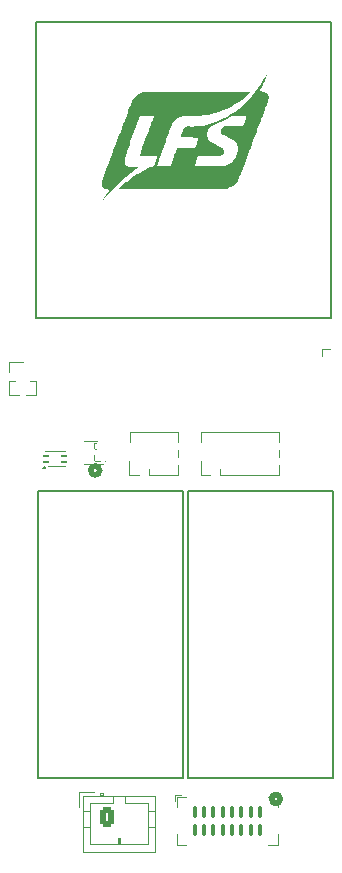
<source format=gbr>
%TF.GenerationSoftware,KiCad,Pcbnew,9.0.1*%
%TF.CreationDate,2025-10-09T14:44:29-04:00*%
%TF.ProjectId,OshTelemega,4f736854-656c-4656-9d65-67612e6b6963,rev?*%
%TF.SameCoordinates,Original*%
%TF.FileFunction,Legend,Top*%
%TF.FilePolarity,Positive*%
%FSLAX46Y46*%
G04 Gerber Fmt 4.6, Leading zero omitted, Abs format (unit mm)*
G04 Created by KiCad (PCBNEW 9.0.1) date 2025-10-09 14:44:29*
%MOMM*%
%LPD*%
G01*
G04 APERTURE LIST*
G04 Aperture macros list*
%AMRoundRect*
0 Rectangle with rounded corners*
0 $1 Rounding radius*
0 $2 $3 $4 $5 $6 $7 $8 $9 X,Y pos of 4 corners*
0 Add a 4 corners polygon primitive as box body*
4,1,4,$2,$3,$4,$5,$6,$7,$8,$9,$2,$3,0*
0 Add four circle primitives for the rounded corners*
1,1,$1+$1,$2,$3*
1,1,$1+$1,$4,$5*
1,1,$1+$1,$6,$7*
1,1,$1+$1,$8,$9*
0 Add four rect primitives between the rounded corners*
20,1,$1+$1,$2,$3,$4,$5,0*
20,1,$1+$1,$4,$5,$6,$7,0*
20,1,$1+$1,$6,$7,$8,$9,0*
20,1,$1+$1,$8,$9,$2,$3,0*%
G04 Aperture macros list end*
%ADD10C,0.200000*%
%ADD11C,0.100000*%
%ADD12C,0.120000*%
%ADD13C,0.152400*%
%ADD14C,0.508000*%
%ADD15C,0.000000*%
%ADD16RoundRect,0.062500X0.212500X-0.062500X0.212500X0.062500X-0.212500X0.062500X-0.212500X-0.062500X0*%
%ADD17R,0.600000X0.800000*%
%ADD18C,1.800000*%
%ADD19C,5.600000*%
%ADD20RoundRect,0.250000X-0.350000X-0.625000X0.350000X-0.625000X0.350000X0.625000X-0.350000X0.625000X0*%
%ADD21O,1.200000X1.750000*%
%ADD22C,0.660000*%
%ADD23O,1.000000X0.580000*%
%ADD24RoundRect,0.075000X-0.075000X-0.425000X0.075000X-0.425000X0.075000X0.425000X-0.075000X0.425000X0*%
%ADD25C,1.100000*%
%ADD26R,0.850000X0.650000*%
%ADD27R,1.000000X1.000000*%
%ADD28C,1.000000*%
%ADD29C,0.990600*%
%ADD30C,0.787400*%
%ADD31R,1.500000X5.080000*%
G04 APERTURE END LIST*
D10*
X22500000Y-29050000D02*
X47500000Y-29050000D01*
X47500000Y-54050000D01*
X22500000Y-54050000D01*
X22500000Y-29050000D01*
D11*
X27367580Y-64686905D02*
X28367580Y-64686905D01*
X28367580Y-64686905D02*
X28367580Y-64925000D01*
X28367580Y-64925000D02*
X28319961Y-65067857D01*
X28319961Y-65067857D02*
X28224723Y-65163095D01*
X28224723Y-65163095D02*
X28129485Y-65210714D01*
X28129485Y-65210714D02*
X27939009Y-65258333D01*
X27939009Y-65258333D02*
X27796152Y-65258333D01*
X27796152Y-65258333D02*
X27605676Y-65210714D01*
X27605676Y-65210714D02*
X27510438Y-65163095D01*
X27510438Y-65163095D02*
X27415200Y-65067857D01*
X27415200Y-65067857D02*
X27367580Y-64925000D01*
X27367580Y-64925000D02*
X27367580Y-64686905D01*
X28367580Y-66163095D02*
X28367580Y-65686905D01*
X28367580Y-65686905D02*
X27891390Y-65639286D01*
X27891390Y-65639286D02*
X27939009Y-65686905D01*
X27939009Y-65686905D02*
X27986628Y-65782143D01*
X27986628Y-65782143D02*
X27986628Y-66020238D01*
X27986628Y-66020238D02*
X27939009Y-66115476D01*
X27939009Y-66115476D02*
X27891390Y-66163095D01*
X27891390Y-66163095D02*
X27796152Y-66210714D01*
X27796152Y-66210714D02*
X27558057Y-66210714D01*
X27558057Y-66210714D02*
X27462819Y-66163095D01*
X27462819Y-66163095D02*
X27415200Y-66115476D01*
X27415200Y-66115476D02*
X27367580Y-66020238D01*
X27367580Y-66020238D02*
X27367580Y-65782143D01*
X27367580Y-65782143D02*
X27415200Y-65686905D01*
X27415200Y-65686905D02*
X27462819Y-65639286D01*
D12*
%TO.C,U7*%
X23290000Y-65340000D02*
X24910000Y-65340000D01*
X23290000Y-65365000D02*
X23290000Y-65340000D01*
X24910000Y-65340000D02*
X24910000Y-65365000D01*
X24910000Y-66635000D02*
X24910000Y-66660000D01*
X24910000Y-66660000D02*
X23462854Y-66660000D01*
X23290000Y-66830000D02*
X23010000Y-66830000D01*
X23150000Y-66640000D01*
X23290000Y-66830000D01*
G36*
X23290000Y-66830000D02*
G01*
X23010000Y-66830000D01*
X23150000Y-66640000D01*
X23290000Y-66830000D01*
G37*
D13*
%TO.C,J6*%
X35372999Y-68773000D02*
X35372999Y-93026997D01*
X35372999Y-93026997D02*
X47626998Y-93026997D01*
X47626998Y-68773000D02*
X35372999Y-68773000D01*
X47626998Y-93026997D02*
X47626998Y-68773000D01*
D14*
X43181000Y-94804999D02*
G75*
G02*
X42419000Y-94804999I-381000J0D01*
G01*
X42419000Y-94804999D02*
G75*
G02*
X43181000Y-94804999I381000J0D01*
G01*
D12*
%TO.C,J8*%
X26140000Y-94240000D02*
X26140000Y-95490000D01*
X26440000Y-94540000D02*
X26440000Y-99260000D01*
X26440000Y-95850000D02*
X27050000Y-95850000D01*
X26440000Y-97150000D02*
X27050000Y-97150000D01*
X26440000Y-99260000D02*
X32560000Y-99260000D01*
X27050000Y-95150000D02*
X27050000Y-98650000D01*
X27050000Y-98650000D02*
X31950000Y-98650000D01*
X27390000Y-94240000D02*
X26140000Y-94240000D01*
X27900000Y-94340000D02*
X27900000Y-94540000D01*
X28200000Y-94340000D02*
X27900000Y-94340000D01*
X28200000Y-94440000D02*
X27900000Y-94440000D01*
X28200000Y-94540000D02*
X28200000Y-94340000D01*
X29000000Y-94540000D02*
X29000000Y-95150000D01*
X29000000Y-95150000D02*
X27050000Y-95150000D01*
X29400000Y-98150000D02*
X29600000Y-98150000D01*
X29400000Y-98650000D02*
X29400000Y-98150000D01*
X29500000Y-98650000D02*
X29500000Y-98150000D01*
X29600000Y-98150000D02*
X29600000Y-98650000D01*
X30000000Y-95150000D02*
X30000000Y-94540000D01*
X31950000Y-95150000D02*
X30000000Y-95150000D01*
X31950000Y-98650000D02*
X31950000Y-95150000D01*
X32560000Y-94540000D02*
X26440000Y-94540000D01*
X32560000Y-95850000D02*
X31950000Y-95850000D01*
X32560000Y-97150000D02*
X31950000Y-97150000D01*
X32560000Y-99260000D02*
X32560000Y-94540000D01*
%TO.C,J4*%
X34280000Y-94480000D02*
X34280000Y-94980000D01*
X34280000Y-94480000D02*
X34780000Y-94480000D01*
X34430000Y-94630000D02*
X34430000Y-95530000D01*
X34430000Y-94630000D02*
X35230000Y-94630000D01*
X34430000Y-98670000D02*
X34430000Y-97770000D01*
X34430000Y-98670000D02*
X35230000Y-98670000D01*
X42970000Y-94630000D02*
X42170000Y-94630000D01*
X42970000Y-94630000D02*
X42970000Y-95530000D01*
X42970000Y-98670000D02*
X42170000Y-98670000D01*
X42970000Y-98670000D02*
X42970000Y-97770000D01*
%TO.C,D5*%
X27675000Y-64525000D02*
X26525000Y-64525000D01*
X28125000Y-66425000D02*
X26525000Y-66425000D01*
%TO.C,J9*%
X36430001Y-67380000D02*
X36430001Y-66200000D01*
X36495000Y-63750000D02*
X43065000Y-63749999D01*
X36495000Y-64612076D02*
X36495000Y-63750000D01*
X37240000Y-67380000D02*
X36430001Y-67380000D01*
X38049999Y-67380000D02*
X38050000Y-66866708D01*
X38049999Y-67380000D02*
X43065000Y-67380000D01*
X43065000Y-64612077D02*
X43065000Y-63749999D01*
X43065000Y-65882076D02*
X43065000Y-65247923D01*
X43065000Y-67380000D02*
X43065000Y-66517924D01*
%TO.C,J10*%
X30400001Y-67380000D02*
X30400001Y-66200000D01*
X30465000Y-63750000D02*
X34495000Y-63750000D01*
X30465000Y-64612076D02*
X30465000Y-63750000D01*
X31210000Y-67380000D02*
X30400001Y-67380000D01*
X32019999Y-67380000D02*
X32020000Y-66866708D01*
X32019999Y-67380000D02*
X34495000Y-67380000D01*
X34495000Y-64612077D02*
X34495000Y-63750000D01*
X34495000Y-65882077D02*
X34495000Y-65247923D01*
X34495000Y-67380000D02*
X34495000Y-66517923D01*
D15*
%TO.C,G\u002A\u002A\u002A*%
G36*
X42077722Y-33369319D02*
G01*
X42065758Y-33411744D01*
X42044936Y-33475815D01*
X42017247Y-33555976D01*
X41984681Y-33646675D01*
X41949230Y-33742357D01*
X41912884Y-33837468D01*
X41877636Y-33926455D01*
X41848256Y-33997278D01*
X41800444Y-34104865D01*
X41742002Y-34229682D01*
X41677517Y-34362490D01*
X41611573Y-34494046D01*
X41548755Y-34615110D01*
X41493650Y-34716441D01*
X41476600Y-34746282D01*
X41444038Y-34804255D01*
X41419912Y-34851005D01*
X41408636Y-34877888D01*
X41408310Y-34880047D01*
X41424633Y-34887915D01*
X41468580Y-34895879D01*
X41532615Y-34902794D01*
X41579813Y-34906094D01*
X41726719Y-34922152D01*
X41848151Y-34953737D01*
X41951343Y-35003424D01*
X42038672Y-35069381D01*
X42121333Y-35157600D01*
X42172418Y-35248361D01*
X42195165Y-35349271D01*
X42195468Y-35437783D01*
X42194151Y-35457752D01*
X42192665Y-35476309D01*
X42190310Y-35495459D01*
X42186380Y-35517212D01*
X42180173Y-35543574D01*
X42170986Y-35576553D01*
X42158116Y-35618157D01*
X42140859Y-35670393D01*
X42118513Y-35735268D01*
X42090374Y-35814791D01*
X42055739Y-35910968D01*
X42013905Y-36025807D01*
X41964168Y-36161316D01*
X41905826Y-36319502D01*
X41838176Y-36502373D01*
X41760514Y-36711937D01*
X41672137Y-36950200D01*
X41572342Y-37219170D01*
X41557718Y-37258587D01*
X41505597Y-37398939D01*
X41443948Y-37564730D01*
X41375569Y-37748447D01*
X41303259Y-37942579D01*
X41229815Y-38139613D01*
X41158035Y-38332039D01*
X41090718Y-38512343D01*
X41085964Y-38525069D01*
X40978696Y-38812442D01*
X40870272Y-39103363D01*
X40761662Y-39395208D01*
X40653834Y-39685355D01*
X40547759Y-39971182D01*
X40444403Y-40250067D01*
X40344738Y-40519386D01*
X40249731Y-40776517D01*
X40160353Y-41018838D01*
X40077571Y-41243726D01*
X40002355Y-41448558D01*
X39935674Y-41630713D01*
X39878498Y-41787568D01*
X39831794Y-41916500D01*
X39799019Y-42007894D01*
X39701048Y-42248347D01*
X39588438Y-42457946D01*
X39459250Y-42638646D01*
X39311547Y-42792398D01*
X39143394Y-42921157D01*
X38952851Y-43026875D01*
X38737983Y-43111505D01*
X38689262Y-43126881D01*
X38532340Y-43174466D01*
X36949238Y-43188055D01*
X36731678Y-43189805D01*
X36494383Y-43191498D01*
X36239217Y-43193130D01*
X35968040Y-43194699D01*
X35682716Y-43196201D01*
X35385107Y-43197632D01*
X35077074Y-43198989D01*
X34760480Y-43200269D01*
X34437188Y-43201469D01*
X34109058Y-43202585D01*
X33777954Y-43203614D01*
X33445737Y-43204553D01*
X33114270Y-43205398D01*
X32785416Y-43206146D01*
X32461035Y-43206793D01*
X32142990Y-43207337D01*
X31833144Y-43207774D01*
X31533359Y-43208101D01*
X31245496Y-43208314D01*
X30971418Y-43208410D01*
X30712988Y-43208386D01*
X30472066Y-43208238D01*
X30250517Y-43207963D01*
X30050201Y-43207558D01*
X29872980Y-43207019D01*
X29720718Y-43206344D01*
X29595276Y-43205528D01*
X29498516Y-43204569D01*
X29432301Y-43203463D01*
X29398493Y-43202206D01*
X29394321Y-43201536D01*
X29407462Y-43182725D01*
X29444455Y-43145078D01*
X29501653Y-43091702D01*
X29575413Y-43025703D01*
X29662086Y-42950190D01*
X29758029Y-42868269D01*
X29859595Y-42783048D01*
X29963139Y-42697634D01*
X30065015Y-42615134D01*
X30161577Y-42538656D01*
X30249180Y-42471307D01*
X30265027Y-42459413D01*
X30520755Y-42273587D01*
X30777492Y-42097037D01*
X31031949Y-41931647D01*
X31280835Y-41779300D01*
X31520859Y-41641879D01*
X31748731Y-41521266D01*
X31961159Y-41419345D01*
X32154854Y-41337997D01*
X32326525Y-41279107D01*
X32329210Y-41278318D01*
X32400656Y-41257386D01*
X35885041Y-41257386D01*
X35901824Y-41258740D01*
X35948950Y-41259511D01*
X36021589Y-41259700D01*
X36114909Y-41259306D01*
X36224079Y-41258331D01*
X36302804Y-41257364D01*
X36414030Y-41255927D01*
X36553891Y-41254235D01*
X36715845Y-41252361D01*
X36893349Y-41250378D01*
X37079861Y-41248359D01*
X37268838Y-41246376D01*
X37453736Y-41244503D01*
X37503324Y-41244013D01*
X37699711Y-41241884D01*
X37864351Y-41239595D01*
X38000676Y-41237007D01*
X38112118Y-41233983D01*
X38202108Y-41230384D01*
X38274081Y-41226074D01*
X38331467Y-41220913D01*
X38377700Y-41214764D01*
X38416211Y-41207490D01*
X38417020Y-41207312D01*
X38638395Y-41143100D01*
X38837956Y-41053941D01*
X39014124Y-40940962D01*
X39165317Y-40805291D01*
X39289955Y-40648056D01*
X39353894Y-40538892D01*
X39393500Y-40454300D01*
X39436181Y-40350598D01*
X39476040Y-40242691D01*
X39500065Y-40169502D01*
X39553102Y-39958374D01*
X39577011Y-39766519D01*
X39571710Y-39593365D01*
X39537117Y-39438334D01*
X39473150Y-39300854D01*
X39379727Y-39180349D01*
X39355605Y-39156430D01*
X39314551Y-39119390D01*
X39270387Y-39084171D01*
X39219036Y-39048372D01*
X39156423Y-39009591D01*
X39078472Y-38965427D01*
X38981107Y-38913479D01*
X38860252Y-38851345D01*
X38711832Y-38776624D01*
X38705977Y-38773696D01*
X38557945Y-38698747D01*
X38438649Y-38635806D01*
X38344744Y-38582447D01*
X38272885Y-38536245D01*
X38219726Y-38494774D01*
X38181921Y-38455608D01*
X38156124Y-38416320D01*
X38138990Y-38374486D01*
X38134576Y-38359373D01*
X38124167Y-38288187D01*
X38132887Y-38209635D01*
X38135247Y-38198672D01*
X38167671Y-38099790D01*
X38218785Y-38022846D01*
X38294798Y-37960255D01*
X38360246Y-37923798D01*
X38478733Y-37865443D01*
X39217933Y-37860966D01*
X39377107Y-37859807D01*
X39526314Y-37858345D01*
X39661668Y-37856647D01*
X39779284Y-37854777D01*
X39875277Y-37852801D01*
X39945762Y-37850785D01*
X39986851Y-37848795D01*
X39995069Y-37847851D01*
X40022941Y-37830433D01*
X40048622Y-37788113D01*
X40068260Y-37737992D01*
X40110196Y-37616868D01*
X40152222Y-37494195D01*
X40192586Y-37375206D01*
X40229538Y-37265137D01*
X40261327Y-37169223D01*
X40286202Y-37092697D01*
X40302412Y-37040795D01*
X40307449Y-37022840D01*
X40319743Y-36971789D01*
X39684891Y-36984479D01*
X39050039Y-36997169D01*
X38915343Y-37076803D01*
X38643494Y-37230527D01*
X38354149Y-37381397D01*
X38058632Y-37523913D01*
X37768267Y-37652577D01*
X37540511Y-37744440D01*
X37445048Y-37782555D01*
X37357012Y-37820579D01*
X37283624Y-37855179D01*
X37232104Y-37883026D01*
X37215602Y-37894340D01*
X37139405Y-37978289D01*
X37077835Y-38090109D01*
X37032400Y-38225030D01*
X37004605Y-38378283D01*
X36995959Y-38545097D01*
X36996901Y-38586634D01*
X37007083Y-38719056D01*
X37029272Y-38826533D01*
X37067346Y-38918350D01*
X37125181Y-39003791D01*
X37206655Y-39092139D01*
X37208956Y-39094394D01*
X37244555Y-39127698D01*
X37282187Y-39158907D01*
X37326034Y-39190554D01*
X37380278Y-39225177D01*
X37449099Y-39265311D01*
X37536678Y-39313491D01*
X37647196Y-39372253D01*
X37784834Y-39444132D01*
X37790584Y-39447119D01*
X37931138Y-39520565D01*
X38043843Y-39580614D01*
X38132381Y-39629467D01*
X38200433Y-39669326D01*
X38251683Y-39702395D01*
X38289813Y-39730873D01*
X38318505Y-39756965D01*
X38330753Y-39770134D01*
X38388626Y-39853352D01*
X38413687Y-39937710D01*
X38407763Y-40030490D01*
X38402046Y-40054401D01*
X38364462Y-40148459D01*
X38304616Y-40223634D01*
X38217267Y-40285749D01*
X38173654Y-40308148D01*
X38057410Y-40363227D01*
X37130382Y-40369199D01*
X36914954Y-40370773D01*
X36732441Y-40372542D01*
X36580583Y-40374573D01*
X36457114Y-40376933D01*
X36359771Y-40379689D01*
X36286292Y-40382908D01*
X36234413Y-40386657D01*
X36201871Y-40391002D01*
X36186403Y-40396011D01*
X36185097Y-40397171D01*
X36176226Y-40417192D01*
X36158001Y-40465012D01*
X36132347Y-40535110D01*
X36101192Y-40621963D01*
X36066461Y-40720048D01*
X36030081Y-40823843D01*
X35993978Y-40927826D01*
X35960079Y-41026474D01*
X35930309Y-41114265D01*
X35906596Y-41185676D01*
X35890865Y-41235184D01*
X35885043Y-41257268D01*
X35885041Y-41257386D01*
X32400656Y-41257386D01*
X32458490Y-41240442D01*
X32605716Y-40837014D01*
X32646648Y-40724039D01*
X32683250Y-40621466D01*
X32713853Y-40534093D01*
X32736791Y-40466719D01*
X32750397Y-40424144D01*
X32753479Y-40411599D01*
X32746498Y-40405924D01*
X32723512Y-40401246D01*
X32681909Y-40397485D01*
X32619077Y-40394561D01*
X32532404Y-40392394D01*
X32419278Y-40390905D01*
X32277087Y-40390012D01*
X32103220Y-40389636D01*
X32036343Y-40389612D01*
X31844856Y-40389328D01*
X31686249Y-40388432D01*
X31558225Y-40386858D01*
X31458488Y-40384541D01*
X31384742Y-40381416D01*
X31334691Y-40377416D01*
X31306038Y-40372476D01*
X31297562Y-40368504D01*
X31290415Y-40362107D01*
X31284097Y-40356356D01*
X31279237Y-40349355D01*
X31276465Y-40339206D01*
X31276410Y-40324015D01*
X31279703Y-40301883D01*
X31286972Y-40270916D01*
X31298848Y-40229216D01*
X31315960Y-40174887D01*
X31338937Y-40106034D01*
X31368410Y-40020759D01*
X31405008Y-39917166D01*
X31449360Y-39793359D01*
X31502096Y-39647442D01*
X31563845Y-39477518D01*
X31635239Y-39281691D01*
X31716905Y-39058065D01*
X31809473Y-38804743D01*
X31889169Y-38586634D01*
X31952265Y-38414166D01*
X32018305Y-38234081D01*
X32084853Y-38052995D01*
X32149472Y-37877521D01*
X32209726Y-37714274D01*
X32263179Y-37569870D01*
X32307395Y-37450923D01*
X32313039Y-37435794D01*
X32355559Y-37320173D01*
X32392809Y-37215539D01*
X32423310Y-37126331D01*
X32445578Y-37056990D01*
X32458134Y-37011957D01*
X32459811Y-36995796D01*
X32439570Y-36993590D01*
X32388355Y-36992075D01*
X32310366Y-36991260D01*
X32209803Y-36991156D01*
X32090866Y-36991770D01*
X31957754Y-36993112D01*
X31858477Y-36994489D01*
X31270763Y-37003532D01*
X31185087Y-37232202D01*
X31134069Y-37369658D01*
X31076059Y-37528204D01*
X31012107Y-37704827D01*
X30943263Y-37896513D01*
X30870574Y-38100250D01*
X30795091Y-38313025D01*
X30717861Y-38531825D01*
X30639934Y-38753638D01*
X30562359Y-38975450D01*
X30486185Y-39194248D01*
X30412460Y-39407020D01*
X30342234Y-39610754D01*
X30276555Y-39802435D01*
X30216473Y-39979051D01*
X30163036Y-40137590D01*
X30117294Y-40275038D01*
X30080295Y-40388383D01*
X30053088Y-40474612D01*
X30036823Y-40530332D01*
X30002451Y-40691152D01*
X29991753Y-40828326D01*
X30005154Y-40944613D01*
X30043083Y-41042772D01*
X30105966Y-41125562D01*
X30132764Y-41150408D01*
X30176454Y-41185918D01*
X30218452Y-41214105D01*
X30263567Y-41235928D01*
X30316609Y-41252348D01*
X30382385Y-41264326D01*
X30465707Y-41272823D01*
X30571381Y-41278799D01*
X30704219Y-41283215D01*
X30810318Y-41285769D01*
X31250069Y-41295498D01*
X30986219Y-41469011D01*
X30533168Y-41784817D01*
X30089339Y-42129479D01*
X29659174Y-42498841D01*
X29247117Y-42888745D01*
X28857611Y-43295033D01*
X28495099Y-43713550D01*
X28238648Y-44039543D01*
X28158546Y-44145546D01*
X28098091Y-44224439D01*
X28056214Y-44277542D01*
X28031842Y-44306177D01*
X28023903Y-44311664D01*
X28031327Y-44295324D01*
X28031728Y-44294598D01*
X28073260Y-44222999D01*
X28130904Y-44128592D01*
X28200718Y-44017469D01*
X28278758Y-43895725D01*
X28361081Y-43769455D01*
X28443745Y-43644753D01*
X28522807Y-43527714D01*
X28594323Y-43424431D01*
X28599185Y-43417532D01*
X28646837Y-43348052D01*
X28684728Y-43288984D01*
X28709357Y-43246079D01*
X28717225Y-43225087D01*
X28716823Y-43224256D01*
X28695371Y-43218121D01*
X28647555Y-43211196D01*
X28582134Y-43204647D01*
X28553146Y-43202406D01*
X28411701Y-43181458D01*
X28295956Y-43139123D01*
X28202019Y-43073034D01*
X28125996Y-42980830D01*
X28092763Y-42922779D01*
X28070700Y-42874392D01*
X28055023Y-42825335D01*
X28046394Y-42772558D01*
X28045479Y-42713011D01*
X28052942Y-42643645D01*
X28069449Y-42561409D01*
X28095664Y-42463254D01*
X28132252Y-42346130D01*
X28179877Y-42206987D01*
X28239205Y-42042776D01*
X28310900Y-41850447D01*
X28347782Y-41752839D01*
X28501908Y-41346091D01*
X28644843Y-40968712D01*
X28777912Y-40617190D01*
X28902438Y-40288015D01*
X29019745Y-39977677D01*
X29131156Y-39682663D01*
X29237994Y-39399465D01*
X29341585Y-39124570D01*
X29443250Y-38854468D01*
X29544314Y-38585649D01*
X29646101Y-38314601D01*
X29749934Y-38037814D01*
X29857136Y-37751777D01*
X29969031Y-37452980D01*
X29985831Y-37408102D01*
X30072465Y-37177035D01*
X30156611Y-36953328D01*
X30237331Y-36739439D01*
X30313683Y-36537827D01*
X30384728Y-36350952D01*
X30449526Y-36181273D01*
X30507136Y-36031248D01*
X30556620Y-35903336D01*
X30597036Y-35799997D01*
X30627445Y-35723688D01*
X30646906Y-35676870D01*
X30651542Y-35666689D01*
X30754274Y-35495179D01*
X30885148Y-35342023D01*
X31040848Y-35209827D01*
X31218055Y-35101199D01*
X31413454Y-35018745D01*
X31513919Y-34988923D01*
X31533729Y-34983989D01*
X31554225Y-34979507D01*
X31577172Y-34975443D01*
X31604329Y-34971763D01*
X31637458Y-34968434D01*
X31678322Y-34965422D01*
X31728682Y-34962692D01*
X31790300Y-34960212D01*
X31864937Y-34957947D01*
X31954355Y-34955863D01*
X32060316Y-34953927D01*
X32184581Y-34952104D01*
X32328913Y-34950362D01*
X32495072Y-34948665D01*
X32684821Y-34946981D01*
X32899921Y-34945276D01*
X33142134Y-34943515D01*
X33413222Y-34941665D01*
X33714946Y-34939692D01*
X34049068Y-34937562D01*
X34257964Y-34936244D01*
X34747654Y-34933235D01*
X35225931Y-34930441D01*
X35691650Y-34927865D01*
X36143667Y-34925510D01*
X36580840Y-34923377D01*
X37002025Y-34921470D01*
X37406078Y-34919790D01*
X37791856Y-34918340D01*
X38158215Y-34917122D01*
X38504013Y-34916138D01*
X38828105Y-34915392D01*
X39129348Y-34914885D01*
X39406598Y-34914620D01*
X39658713Y-34914598D01*
X39884548Y-34914823D01*
X40082960Y-34915297D01*
X40252806Y-34916022D01*
X40392942Y-34917001D01*
X40502225Y-34918235D01*
X40579511Y-34919728D01*
X40623657Y-34921482D01*
X40634349Y-34923038D01*
X40622438Y-34941963D01*
X40589545Y-34980946D01*
X40539930Y-35035541D01*
X40477855Y-35101303D01*
X40407579Y-35173784D01*
X40333362Y-35248540D01*
X40259466Y-35321123D01*
X40190151Y-35387088D01*
X40185803Y-35391136D01*
X39934897Y-35606135D01*
X39654286Y-35813658D01*
X39349127Y-36010981D01*
X39024571Y-36195378D01*
X38685774Y-36364125D01*
X38337889Y-36514497D01*
X37986071Y-36643768D01*
X37635473Y-36749214D01*
X37599081Y-36758756D01*
X37427242Y-36801826D01*
X37267532Y-36838596D01*
X37115008Y-36869630D01*
X36964725Y-36895488D01*
X36811740Y-36916733D01*
X36651109Y-36933927D01*
X36477889Y-36947633D01*
X36287134Y-36958411D01*
X36073902Y-36966824D01*
X35833249Y-36973434D01*
X35682756Y-36976594D01*
X35485471Y-36980499D01*
X35319493Y-36984327D01*
X35180958Y-36988590D01*
X35065997Y-36993796D01*
X34970743Y-37000456D01*
X34891330Y-37009079D01*
X34823891Y-37020175D01*
X34764559Y-37034255D01*
X34709468Y-37051828D01*
X34654749Y-37073404D01*
X34596537Y-37099493D01*
X34537120Y-37127656D01*
X34380100Y-37217024D01*
X34247969Y-37324888D01*
X34133063Y-37457964D01*
X34090956Y-37518615D01*
X34066308Y-37557075D01*
X34043358Y-37595578D01*
X34020875Y-37637199D01*
X33997629Y-37685011D01*
X33972390Y-37742090D01*
X33943926Y-37811510D01*
X33911007Y-37896347D01*
X33872402Y-37999674D01*
X33826881Y-38124567D01*
X33773212Y-38274101D01*
X33710166Y-38451349D01*
X33652910Y-38613019D01*
X33595930Y-38773985D01*
X33529925Y-38960259D01*
X33457675Y-39164009D01*
X33381960Y-39377402D01*
X33305559Y-39592606D01*
X33231250Y-39801789D01*
X33161814Y-39997118D01*
X33144212Y-40046606D01*
X33064097Y-40271899D01*
X32995038Y-40466363D01*
X32936262Y-40632302D01*
X32887000Y-40772021D01*
X32846481Y-40887824D01*
X32813932Y-40982013D01*
X32788584Y-41056895D01*
X32769664Y-41114772D01*
X32756403Y-41157949D01*
X32748029Y-41188729D01*
X32743772Y-41209417D01*
X32742859Y-41222317D01*
X32744520Y-41229732D01*
X32747127Y-41233211D01*
X32768909Y-41237501D01*
X32820259Y-41240427D01*
X32896081Y-41242096D01*
X32991282Y-41242613D01*
X33100767Y-41242086D01*
X33219443Y-41240620D01*
X33342216Y-41238322D01*
X33463991Y-41235298D01*
X33579674Y-41231655D01*
X33684172Y-41227499D01*
X33772391Y-41222935D01*
X33839236Y-41218072D01*
X33879613Y-41213014D01*
X33889420Y-41209362D01*
X33923881Y-41108322D01*
X33964489Y-40990850D01*
X34009855Y-40860835D01*
X34058585Y-40722166D01*
X34109287Y-40578732D01*
X34160570Y-40434424D01*
X34211040Y-40293129D01*
X34259308Y-40158738D01*
X34303979Y-40035139D01*
X34343662Y-39926223D01*
X34376965Y-39835877D01*
X34402497Y-39767992D01*
X34418864Y-39726457D01*
X34424325Y-39714898D01*
X34447028Y-39709815D01*
X34503921Y-39705144D01*
X34594016Y-39700917D01*
X34716324Y-39697167D01*
X34869858Y-39693927D01*
X35053630Y-39691227D01*
X35194566Y-39689725D01*
X35364284Y-39687778D01*
X35519256Y-39685268D01*
X35656268Y-39682292D01*
X35772107Y-39678948D01*
X35863561Y-39675334D01*
X35927417Y-39671547D01*
X35960462Y-39667686D01*
X35964196Y-39666297D01*
X35975079Y-39645381D01*
X35994851Y-39597141D01*
X36021596Y-39527066D01*
X36053396Y-39440647D01*
X36088335Y-39343373D01*
X36124496Y-39240734D01*
X36159962Y-39138219D01*
X36192816Y-39041319D01*
X36221142Y-38955523D01*
X36243022Y-38886322D01*
X36256539Y-38839204D01*
X36259804Y-38819702D01*
X36241211Y-38816934D01*
X36191057Y-38814364D01*
X36112963Y-38812052D01*
X36010548Y-38810062D01*
X35887431Y-38808454D01*
X35747233Y-38807291D01*
X35593571Y-38806635D01*
X35488228Y-38806509D01*
X35328093Y-38806348D01*
X35179349Y-38805887D01*
X35045569Y-38805160D01*
X34930325Y-38804201D01*
X34837192Y-38803043D01*
X34769741Y-38801722D01*
X34731546Y-38800270D01*
X34724099Y-38799260D01*
X34730093Y-38774134D01*
X34746586Y-38722298D01*
X34771343Y-38649839D01*
X34802133Y-38562842D01*
X34836720Y-38467394D01*
X34872873Y-38369580D01*
X34908358Y-38275487D01*
X34940941Y-38191199D01*
X34968388Y-38122804D01*
X34988467Y-38076387D01*
X34992218Y-38068645D01*
X35027903Y-38003821D01*
X35061269Y-37961104D01*
X35102262Y-37929630D01*
X35137160Y-37910335D01*
X35181861Y-37889151D01*
X35221638Y-37876522D01*
X35267177Y-37870893D01*
X35329163Y-37870705D01*
X35392216Y-37873167D01*
X35724923Y-37881021D01*
X36035655Y-37871853D01*
X36333800Y-37844581D01*
X36628745Y-37798122D01*
X36929879Y-37731393D01*
X37158241Y-37669482D01*
X37515636Y-37553073D01*
X37882999Y-37409122D01*
X38253879Y-37241126D01*
X38621824Y-37052578D01*
X38980384Y-36846974D01*
X39323107Y-36627810D01*
X39643544Y-36398581D01*
X39928808Y-36168336D01*
X39981294Y-36120053D01*
X40052857Y-36049794D01*
X40139331Y-35961991D01*
X40236552Y-35861079D01*
X40340357Y-35751491D01*
X40446581Y-35637662D01*
X40551061Y-35524026D01*
X40649631Y-35415016D01*
X40738130Y-35315067D01*
X40812391Y-35228612D01*
X40821159Y-35218144D01*
X41046917Y-34934961D01*
X41275917Y-34623335D01*
X41504107Y-34289237D01*
X41727436Y-33938639D01*
X41941851Y-33577513D01*
X41981359Y-33508006D01*
X42018818Y-33443385D01*
X42050437Y-33392096D01*
X42072053Y-33360712D01*
X42078836Y-33354093D01*
X42077722Y-33369319D01*
G37*
D12*
%TO.C,J1*%
X46714000Y-56695000D02*
X47349000Y-56695000D01*
X46714000Y-57330000D02*
X46714000Y-56695000D01*
%TO.C,J2*%
X20190000Y-57820000D02*
X21350000Y-57820000D01*
X20190000Y-58630000D02*
X20190000Y-57820000D01*
X20190000Y-59440000D02*
X20190000Y-60645000D01*
X20190000Y-59440000D02*
X20683292Y-59440000D01*
X20190000Y-60645000D02*
X21032077Y-60645000D01*
X21667923Y-60645000D02*
X22510000Y-60645000D01*
X22016708Y-59440000D02*
X22510000Y-59440000D01*
X22510000Y-59440000D02*
X22510000Y-60645000D01*
D13*
%TO.C,J7*%
X22673001Y-68773001D02*
X22673001Y-93026998D01*
X22673001Y-93026998D02*
X34927000Y-93026998D01*
X34927000Y-68773001D02*
X22673001Y-68773001D01*
X34927000Y-93026998D02*
X34927000Y-68773001D01*
D14*
X27880999Y-66994999D02*
G75*
G02*
X27118999Y-66994999I-381000J0D01*
G01*
X27118999Y-66994999D02*
G75*
G02*
X27880999Y-66994999I381000J0D01*
G01*
%TD*%
%LPC*%
D16*
%TO.C,U7*%
X23325000Y-66250000D03*
X24875000Y-66250000D03*
X24875000Y-65750000D03*
X23325000Y-65750000D03*
D17*
X24100000Y-66000000D03*
%TD*%
D18*
%TO.C,J6*%
X42800000Y-90099998D03*
X42800000Y-87599998D03*
X42800000Y-85099998D03*
X42800000Y-82599997D03*
X42800000Y-80099997D03*
X42800000Y-77599997D03*
X42800000Y-75100000D03*
X42800000Y-72600000D03*
X42800000Y-70100000D03*
%TD*%
D19*
%TO.C,H2*%
X23000000Y-97000000D03*
%TD*%
D20*
%TO.C,J8*%
X28500000Y-96350000D03*
D21*
X30500000Y-96350000D03*
%TD*%
D22*
%TO.C,J4*%
X34950000Y-96650000D03*
D23*
X42450000Y-96650000D03*
D24*
X35920000Y-95890000D03*
X36710000Y-95890000D03*
X37500000Y-95890000D03*
X38290000Y-95890000D03*
X39080000Y-95890000D03*
X39870000Y-95890000D03*
X40660000Y-95890000D03*
X41450000Y-95890000D03*
X41450000Y-97410000D03*
X40660000Y-97410000D03*
X39870000Y-97410000D03*
X39080000Y-97410000D03*
X38290000Y-97410000D03*
X37500000Y-97410000D03*
X36710000Y-97410000D03*
X35920000Y-97410000D03*
D25*
X36300000Y-94500000D03*
X36300000Y-98800000D03*
X41100000Y-94500000D03*
X41100000Y-98800000D03*
%TD*%
D26*
%TO.C,D5*%
X28050000Y-65050000D03*
X28050000Y-65900000D03*
X26600000Y-65050000D03*
X26600000Y-65900000D03*
%TD*%
D19*
%TO.C,H3*%
X47000000Y-97000000D03*
%TD*%
%TO.C,H4*%
X47000000Y-23000000D03*
%TD*%
%TO.C,H5*%
X47000000Y-65200000D03*
%TD*%
D27*
%TO.C,J9*%
X37240000Y-66200000D03*
D28*
X37240000Y-64929999D03*
X38510001Y-66200000D03*
X38510000Y-64930000D03*
X39780000Y-66200000D03*
X39780000Y-64930000D03*
X41050000Y-66200000D03*
X41050000Y-64930000D03*
X42319999Y-66200000D03*
X42320000Y-64930000D03*
%TD*%
D27*
%TO.C,J10*%
X31210000Y-66200000D03*
D28*
X31210000Y-64929999D03*
X32480001Y-66200000D03*
X32480000Y-64930000D03*
X33750000Y-66200000D03*
X33750000Y-64930000D03*
%TD*%
D29*
%TO.C,J1*%
X47984000Y-56060000D03*
X49000000Y-61140000D03*
X46968000Y-61140000D03*
D30*
X47349000Y-57330000D03*
X48619000Y-57330000D03*
X47349000Y-58600000D03*
X48619000Y-58600000D03*
X47349000Y-59870000D03*
X48619000Y-59870000D03*
%TD*%
D27*
%TO.C,J2*%
X21350000Y-58630000D03*
D28*
X21350000Y-59900000D03*
%TD*%
D18*
%TO.C,J7*%
X27499999Y-71700000D03*
X27499999Y-74200000D03*
X27499999Y-76700000D03*
X27499999Y-79200001D03*
X27499999Y-81700001D03*
X27499999Y-84200001D03*
X27499999Y-86699998D03*
X27499999Y-89199998D03*
X27499999Y-91699998D03*
%TD*%
D19*
%TO.C,H1*%
X23000000Y-23000000D03*
%TD*%
D31*
%TO.C,J3*%
X30750000Y-22900000D03*
X39250000Y-22900000D03*
%TD*%
%LPD*%
M02*

</source>
